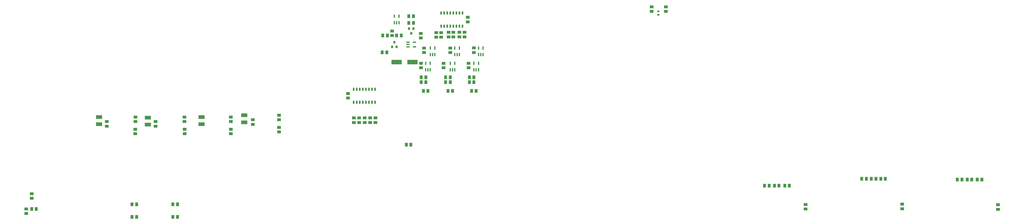
<source format=gtp>
G04*
G04 #@! TF.GenerationSoftware,Altium Limited,Altium Designer,18.0.11 (651)*
G04*
G04 Layer_Color=8421504*
%FSLAX42Y42*%
%MOMM*%
G71*
G01*
G75*
%ADD18R,1.50X1.30*%
%ADD19R,1.30X1.50*%
%ADD20R,0.60X1.45*%
%ADD21R,2.60X1.50*%
%ADD22R,0.90X1.00*%
%ADD23O,0.60X1.45*%
%ADD24R,4.30X1.95*%
%ADD25R,1.45X0.60*%
%ADD26R,0.90X0.80*%
D18*
X25133Y8789D02*
D03*
Y8979D02*
D03*
X29680Y12814D02*
D03*
Y12624D02*
D03*
X28486D02*
D03*
Y12434D02*
D03*
X29677Y12116D02*
D03*
Y12306D02*
D03*
X42913Y16351D02*
D03*
Y16161D02*
D03*
X42723D02*
D03*
Y16351D02*
D03*
X42407Y16148D02*
D03*
Y16338D02*
D03*
X43383Y16351D02*
D03*
Y16161D02*
D03*
X42202Y16338D02*
D03*
Y16148D02*
D03*
X43167Y16351D02*
D03*
Y16161D02*
D03*
X25362Y9614D02*
D03*
Y9424D02*
D03*
X38771Y12776D02*
D03*
Y12586D02*
D03*
X38997Y12776D02*
D03*
Y12586D02*
D03*
X39223Y12776D02*
D03*
Y12586D02*
D03*
X39449D02*
D03*
Y12776D02*
D03*
X39675Y12586D02*
D03*
Y12776D02*
D03*
X38529Y13798D02*
D03*
Y13608D02*
D03*
X33652Y12624D02*
D03*
Y12814D02*
D03*
X35655Y12890D02*
D03*
Y12700D02*
D03*
X31723Y12814D02*
D03*
Y12624D02*
D03*
X34566Y12700D02*
D03*
Y12510D02*
D03*
X35655Y12192D02*
D03*
Y12382D02*
D03*
X33652Y12116D02*
D03*
Y12306D02*
D03*
X30523Y12624D02*
D03*
Y12434D02*
D03*
X31733Y12116D02*
D03*
Y12306D02*
D03*
X57576Y9167D02*
D03*
Y8977D02*
D03*
X61597Y9180D02*
D03*
Y8990D02*
D03*
X65587Y9155D02*
D03*
Y8965D02*
D03*
X41560Y16302D02*
D03*
Y16112D02*
D03*
X40367Y16216D02*
D03*
Y16406D02*
D03*
X43518Y16787D02*
D03*
Y16977D02*
D03*
X41694Y15503D02*
D03*
Y15693D02*
D03*
X42788Y15503D02*
D03*
Y15693D02*
D03*
X42507Y14870D02*
D03*
Y15060D02*
D03*
X41567D02*
D03*
Y14870D02*
D03*
X43772Y15697D02*
D03*
Y15507D02*
D03*
X43548Y15060D02*
D03*
Y14870D02*
D03*
X51171Y17221D02*
D03*
Y17411D02*
D03*
X51765D02*
D03*
Y17221D02*
D03*
D19*
X41859Y13907D02*
D03*
X41669D02*
D03*
X42883D02*
D03*
X42693D02*
D03*
X43867D02*
D03*
X43677D02*
D03*
X29540Y8649D02*
D03*
X29730D02*
D03*
X31433D02*
D03*
X31242D02*
D03*
X31433Y9169D02*
D03*
X31242D02*
D03*
X29540D02*
D03*
X29730D02*
D03*
X41148Y11659D02*
D03*
X40958D02*
D03*
X25552Y8979D02*
D03*
X25362D02*
D03*
X64087Y10203D02*
D03*
X63897D02*
D03*
X60107Y10238D02*
D03*
X59917D02*
D03*
X56063Y9954D02*
D03*
X55873D02*
D03*
X56906D02*
D03*
X56716D02*
D03*
X60900Y10238D02*
D03*
X60710D02*
D03*
X64919Y10203D02*
D03*
X64729D02*
D03*
X64497D02*
D03*
X64307D02*
D03*
X60507Y10238D02*
D03*
X60317D02*
D03*
X56473Y9954D02*
D03*
X56283D02*
D03*
X41065Y16743D02*
D03*
X41255D02*
D03*
X41065Y17018D02*
D03*
X41255D02*
D03*
X39954Y15512D02*
D03*
X40144D02*
D03*
X39978Y16216D02*
D03*
X40168D02*
D03*
X40557D02*
D03*
X40747D02*
D03*
X41770Y14266D02*
D03*
X41580D02*
D03*
X41770Y14470D02*
D03*
X41580D02*
D03*
X42788Y14266D02*
D03*
X42597D02*
D03*
X42788Y14470D02*
D03*
X42597D02*
D03*
X43582D02*
D03*
X43772D02*
D03*
X43582Y14266D02*
D03*
X43772D02*
D03*
D20*
Y15060D02*
D03*
X43962D02*
D03*
Y14790D02*
D03*
X43867D02*
D03*
X43772D02*
D03*
X42788D02*
D03*
X42883D02*
D03*
X42977D02*
D03*
Y15060D02*
D03*
X42788D02*
D03*
X41764Y14790D02*
D03*
X41859D02*
D03*
X41954D02*
D03*
Y15060D02*
D03*
X41764D02*
D03*
X43962Y15423D02*
D03*
X44057D02*
D03*
X44152D02*
D03*
Y15693D02*
D03*
X43962D02*
D03*
X42977D02*
D03*
X43167D02*
D03*
Y15423D02*
D03*
X43072D02*
D03*
X42977D02*
D03*
X41955Y15693D02*
D03*
X42145D02*
D03*
Y15423D02*
D03*
X42050D02*
D03*
X41955D02*
D03*
X40462Y16748D02*
D03*
X40557D02*
D03*
X40652D02*
D03*
Y17018D02*
D03*
X40462D02*
D03*
D21*
X30201Y12497D02*
D03*
Y12790D02*
D03*
X32436Y12521D02*
D03*
Y12814D02*
D03*
X34214Y12597D02*
D03*
Y12890D02*
D03*
X28169Y12521D02*
D03*
Y12814D02*
D03*
D22*
X41161Y16307D02*
D03*
X41066Y16507D02*
D03*
X41256D02*
D03*
X40462Y15940D02*
D03*
X40557Y15740D02*
D03*
X40367D02*
D03*
D23*
X43296Y17155D02*
D03*
X43168D02*
D03*
X43042D02*
D03*
X42915D02*
D03*
X42788D02*
D03*
X42661D02*
D03*
X42534D02*
D03*
X42407D02*
D03*
X43296Y16610D02*
D03*
X43168D02*
D03*
X43042D02*
D03*
X42915D02*
D03*
X42788D02*
D03*
X42661D02*
D03*
X42534D02*
D03*
X42407D02*
D03*
X38765Y13431D02*
D03*
X38892D02*
D03*
X39019D02*
D03*
X39146D02*
D03*
X39273D02*
D03*
X39400D02*
D03*
X39527D02*
D03*
X39654D02*
D03*
X38765Y13976D02*
D03*
X38892D02*
D03*
X39019D02*
D03*
X39146D02*
D03*
X39273D02*
D03*
X39400D02*
D03*
X39527D02*
D03*
X39654D02*
D03*
D24*
X41217Y15105D02*
D03*
X40557D02*
D03*
D25*
X41296Y15936D02*
D03*
Y15746D02*
D03*
X41026D02*
D03*
Y15841D02*
D03*
Y15936D02*
D03*
D26*
X51448Y17081D02*
D03*
Y17221D02*
D03*
M02*

</source>
